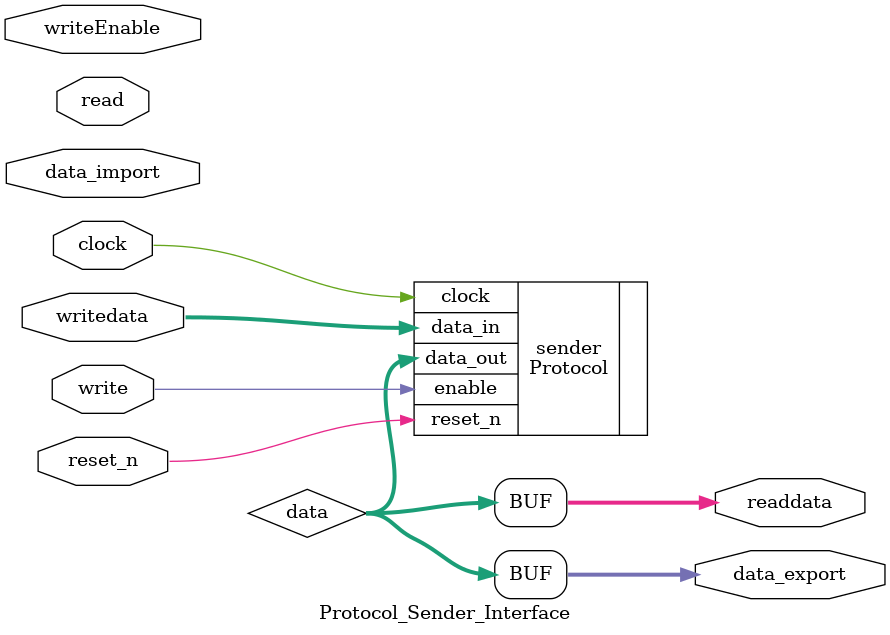
<source format=v>
module Protocol_Sender_Interface (clock, reset_n, write, writedata, read, readdata, writeEnable, data_import, data_export);

input clock, reset_n, write, read, writeEnable;
input [31:0] writedata, data_import;
output [31:0] readdata, data_export;

wire [31:0] data;

Protocol sender (.clock(clock), .reset_n(reset_n), .enable(write), .data_in(writedata), .data_out(data));

assign readdata = data;
assign data_export = data;

endmodule

</source>
